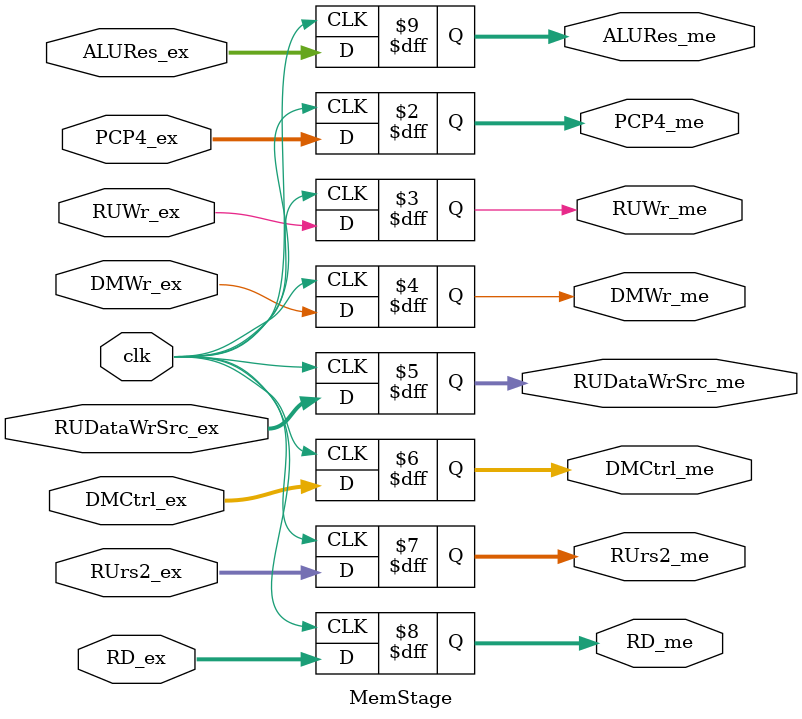
<source format=sv>
module MemStage(
  input logic clk, 
  
  input logic [31:0] PCP4_ex,
  
  input logic RUWr_ex,
  input logic DMWr_ex,
  input logic [1:0] RUDataWrSrc_ex,
  input logic [2:0] DMCtrl_ex,
  
  input logic [31:0] RUrs2_ex,
  
  input logic [4:0] RD_ex,
  
  input logic [31:0] ALURes_ex,
  
  output logic [31:0] PCP4_me,
  
  output logic RUWr_me,
  output logic DMWr_me,
  output logic [1:0] RUDataWrSrc_me,
  output logic [2:0] DMCtrl_me,
  
  output logic [31:0] RUrs2_me,
  
  output logic [4:0] RD_me,
  
  output logic [31:0] ALURes_me
);
  
  always @(posedge clk) begin
    PCP4_me <= PCP4_ex;
    RUWr_me <= RUWr_ex;
    DMWr_me <= DMWr_ex;
    RUDataWrSrc_me <= RUDataWrSrc_ex;
    DMCtrl_me <= DMCtrl_ex;
    RUrs2_me <= RUrs2_ex;
    RD_me <= RD_ex;
    ALURes_me <= ALURes_ex;
  end

endmodule
</source>
